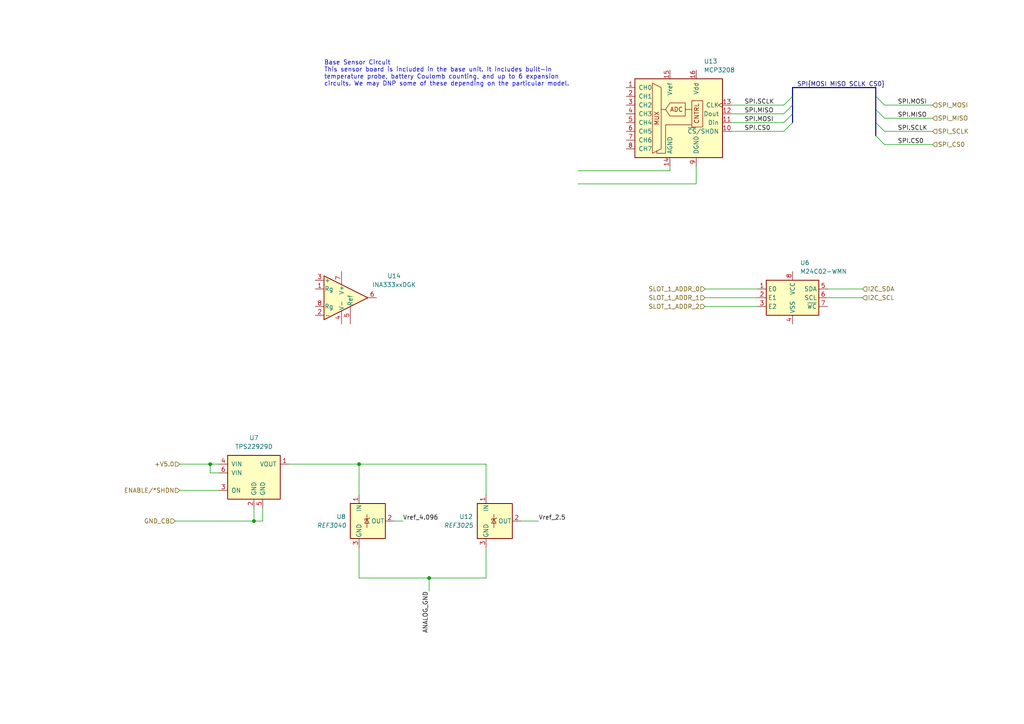
<source format=kicad_sch>
(kicad_sch (version 20231120) (generator "eeschema") (generator_version "8.0")
  (paper "A4")
  (lib_symbols
    (symbol "Amplifier_Instrumentation:INA333xxDGK" (pin_names (offset 0.127))
      (property "Reference" "U" (at 3.81 3.175 0))
      (property "Value" "INA333xxDGK" (at 3.81 -3.175 0))
      (symbol "INA333xxDGK_0_1"
        (polyline (pts (xy 7.62 0) (xy -5.08 6.35) (xy -5.08 -6.35) (xy 7.62 0)) (stroke (width 0.254)) (fill (type background)))
      )
      (symbol "INA333xxDGK_1_1"
        (pin passive line (at -7.62 2.54 0) (length 2.54) (name "Rg") (number "1"))
        (pin input line (at -7.62 -5.08 0) (length 2.54) (name "-") (number "2"))
        (pin input line (at -7.62 5.08 0) (length 2.54) (name "+") (number "3"))
        (pin power_in line (at 0 -7.62 90) (length 3.81) (name "V-") (number "4"))
        (pin input line (at 2.54 -7.62 90) (length 5.08) (name "Ref") (number "5"))
        (pin output line (at 10.16 0 180) (length 2.54) (name "~") (number "6"))
        (pin power_in line (at 0 7.62 270) (length 3.81) (name "V+") (number "7"))
        (pin passive line (at -7.62 -2.54 0) (length 2.54) (name "Rg") (number "8"))
      )
    )
    (symbol "Analog_ADC:MCP3208" (pin_names (offset 1.016))
      (property "Reference" "U" (at -5.08 13.335 0))
      (property "Value" "MCP3208" (at -5.08 11.43 0))
      (symbol "MCP3208_0_0"
        (text "ADC" (at -0.635 1.27 0) (effects (font (size 1.27 1.27))))
        (text "CNTRL" (at 5.969 -2.921 900) (effects (font (size 1.27 1.27)) (justify left bottom)))
        (text "MUX" (at -6.35 -1.27 900) (effects (font (size 1.27 1.27))))
      )
      (symbol "MCP3208_0_1"
        (polyline (pts (xy -3.81 1.27) (xy -5.08 1.27)))
        (polyline (pts (xy 1.905 1.27) (xy 3.81 1.27)))
        (polyline (pts (xy -7.62 8.89) (xy -7.62 -11.43) (xy -5.08 -10.16) (xy -5.08 7.62) (xy -7.62 8.89)))
        (polyline (pts (xy 3.81 -3.175) (xy -3.81 -3.175) (xy -3.81 -11.43) (xy -6.35 -11.43) (xy -6.35 -10.795)))
        (polyline (pts (xy 1.905 3.175) (xy 1.905 -0.635) (xy -2.54 -0.635) (xy -3.81 1.27) (xy -2.54 3.175) (xy 1.905 3.175)))
        (rectangle (start 3.81 -3.81) (end 6.985 3.81))
        (rectangle (start 12.7 -12.7) (end -12.7 10.16) (stroke (width 0.254)) (fill (type background)))
      )
      (symbol "MCP3208_1_1"
        (pin input line (at -15.24 7.62 0) (length 2.54) (name "CH0") (number "1"))
        (pin input line (at 15.24 -5.08 180) (length 2.54) (name "~{CS}/SHDN") (number "10"))
        (pin input line (at 15.24 -2.54 180) (length 2.54) (name "Din") (number "11"))
        (pin output line (at 15.24 0 180) (length 2.54) (name "Dout") (number "12"))
        (pin input clock (at 15.24 2.54 180) (length 2.54) (name "CLK") (number "13"))
        (pin power_in line (at -2.54 -15.24 90) (length 2.54) (name "AGND") (number "14"))
        (pin power_in line (at -2.54 12.7 270) (length 2.54) (name "Vref") (number "15"))
        (pin power_in line (at 5.08 12.7 270) (length 2.54) (name "Vdd") (number "16"))
        (pin input line (at -15.24 5.08 0) (length 2.54) (name "CH1") (number "2"))
        (pin input line (at -15.24 2.54 0) (length 2.54) (name "CH2") (number "3"))
        (pin input line (at -15.24 0 0) (length 2.54) (name "CH3") (number "4"))
        (pin input line (at -15.24 -2.54 0) (length 2.54) (name "CH4") (number "5"))
        (pin input line (at -15.24 -5.08 0) (length 2.54) (name "CH5") (number "6"))
        (pin input line (at -15.24 -7.62 0) (length 2.54) (name "CH6") (number "7"))
        (pin input line (at -15.24 -10.16 0) (length 2.54) (name "CH7") (number "8"))
        (pin power_in line (at 5.08 -15.24 90) (length 2.54) (name "DGND") (number "9"))
      )
    )
    (symbol "Memory_EEPROM:M24C02-WMN"
      (property "Reference" "U" (at -6.35 6.35 0))
      (property "Value" "M24C02-WMN" (at 7.62 6.35 0))
      (symbol "M24C02-WMN_0_1"
        (rectangle (start -7.62 5.08) (end 7.62 -5.08) (stroke (width 0.254)) (fill (type background)))
      )
      (symbol "M24C02-WMN_1_1"
        (pin input line (at -10.16 2.54 0) (length 2.54) (name "E0") (number "1"))
        (pin input line (at -10.16 0 0) (length 2.54) (name "E1") (number "2"))
        (pin input line (at -10.16 -2.54 0) (length 2.54) (name "E2") (number "3"))
        (pin power_in line (at 0 -7.62 90) (length 2.54) (name "VSS") (number "4"))
        (pin bidirectional line (at 10.16 2.54 180) (length 2.54) (name "SDA") (number "5"))
        (pin input line (at 10.16 0 180) (length 2.54) (name "SCL") (number "6"))
        (pin input line (at 10.16 -2.54 180) (length 2.54) (name "~{WC}") (number "7"))
        (pin power_in line (at 0 7.62 270) (length 2.54) (name "VCC") (number "8"))
      )
    )
    (symbol "Power_Management:TPS22929D" (pin_names (offset 1.016))
      (property "Reference" "U" (at -7.62 8.89 0))
      (property "Value" "TPS22929D" (at 7.62 8.89 0))
      (symbol "TPS22929D_0_1"
        (rectangle (start -7.62 7.62) (end 7.62 -5.08) (stroke (width 0.254)) (fill (type background)))
      )
      (symbol "TPS22929D_1_1"
        (pin power_out line (at 10.16 5.08 180) (length 2.54) (name "VOUT") (number "1"))
        (pin power_in line (at 0 -7.62 90) (length 2.54) (name "GND") (number "2"))
        (pin input line (at -10.16 -2.54 0) (length 2.54) (name "ON") (number "3"))
        (pin power_in line (at -10.16 5.08 0) (length 2.54) (name "VIN") (number "4"))
        (pin power_in line (at 2.54 -7.62 90) (length 2.54) (name "GND") (number "5"))
        (pin power_in line (at -10.16 2.54 0) (length 2.54) (name "VIN") (number "6"))
      )
    )
    (symbol "Reference_Voltage:REF3025" (pin_names (offset 0.254))
      (property "Reference" "U" (at 0 6.35 0))
      (property "Value" "REF3025" (at 2.54 -6.35 0))
      (symbol "REF3025_0_1"
        (rectangle (start -5.08 5.08) (end 5.08 -5.08) (stroke (width 0.254)) (fill (type background)))
        (polyline (pts (xy -0.254 1.905) (xy -0.254 -1.905)))
        (polyline (pts (xy -0.889 -0.635) (xy 0.381 -0.635) (xy -0.254 0.635) (xy -0.889 -0.635)))
        (polyline (pts (xy 0.381 1.016) (xy 0.381 0.635) (xy -0.889 0.635) (xy -0.889 0.254)))
      )
      (symbol "REF3025_1_1"
        (pin power_in line (at -2.54 7.62 270) (length 2.54) (name "IN") (number "1"))
        (pin power_out line (at 7.62 0 180) (length 2.54) (name "OUT") (number "2"))
        (pin power_in line (at -2.54 -7.62 90) (length 2.54) (name "GND") (number "3"))
      )
    )
    (symbol "Reference_Voltage:REF3040" (pin_names (offset 0.254))
      (property "Reference" "U" (at 0 6.35 0))
      (property "Value" "REF3040" (at 2.54 -6.35 0))
      (symbol "REF3040_0_1"
        (rectangle (start -5.08 5.08) (end 5.08 -5.08) (stroke (width 0.254)) (fill (type background)))
        (polyline (pts (xy -0.254 1.905) (xy -0.254 -1.905)))
        (polyline (pts (xy -0.889 -0.635) (xy 0.381 -0.635) (xy -0.254 0.635) (xy -0.889 -0.635)))
        (polyline (pts (xy 0.381 1.016) (xy 0.381 0.635) (xy -0.889 0.635) (xy -0.889 0.254)))
      )
      (symbol "REF3040_1_1"
        (pin power_in line (at -2.54 7.62 270) (length 2.54) (name "IN") (number "1"))
        (pin power_out line (at 7.62 0 180) (length 2.54) (name "OUT") (number "2"))
        (pin power_in line (at -2.54 -7.62 90) (length 2.54) (name "GND") (number "3"))
      )
    )
  )
  (junction (at 124.46 167.64))
  (junction (at 104.14 134.62))
  (junction (at 60.96 134.62))
  (junction (at 73.66 151.13))
  (bus_entry (at 254 39.37) (size 2.54 2.54))
  (bus_entry (at 254 27.94) (size 2.54 2.54))
  (bus_entry (at 254 35.56) (size 2.54 2.54))
  (bus_entry (at 229.87 35.56) (size -2.54 2.54))
  (bus_entry (at 229.87 27.94) (size -2.54 2.54))
  (bus_entry (at 229.87 30.48) (size -2.54 2.54))
  (bus_entry (at 254 31.75) (size 2.54 2.54))
  (bus_entry (at 229.87 33.02) (size -2.54 2.54))
  (wire (pts (xy 167.64 53.34) (xy 201.93 53.34)))
  (wire (pts (xy 114.3 151.13) (xy 116.84 151.13)))
  (bus (pts (xy 229.87 30.48) (xy 229.87 33.02)))
  (wire (pts (xy 140.97 167.64) (xy 140.97 158.75)))
  (bus (pts (xy 254 25.4) (xy 254 27.94)))
  (bus (pts (xy 229.87 25.4) (xy 254 25.4)))
  (wire (pts (xy 63.5 142.24) (xy 52.07 142.24)))
  (wire (pts (xy 124.46 167.64) (xy 140.97 167.64)))
  (wire (pts (xy 256.54 34.29) (xy 270.51 34.29)))
  (bus (pts (xy 254 35.56) (xy 254 39.37)))
  (wire (pts (xy 201.93 53.34) (xy 201.93 48.26)))
  (wire (pts (xy 83.82 134.62) (xy 104.14 134.62)))
  (wire (pts (xy 76.2 147.32) (xy 76.2 151.13)))
  (wire (pts (xy 240.03 86.36) (xy 250.19 86.36)))
  (wire (pts (xy 76.2 151.13) (xy 73.66 151.13)))
  (wire (pts (xy 212.09 38.1) (xy 227.33 38.1)))
  (wire (pts (xy 104.14 167.64) (xy 124.46 167.64)))
  (wire (pts (xy 212.09 33.02) (xy 227.33 33.02)))
  (wire (pts (xy 60.96 137.16) (xy 60.96 134.62)))
  (bus (pts (xy 229.87 25.4) (xy 229.87 27.94)))
  (wire (pts (xy 204.47 83.82) (xy 219.71 83.82)))
  (wire (pts (xy 204.47 86.36) (xy 219.71 86.36)))
  (bus (pts (xy 229.87 27.94) (xy 229.87 30.48)))
  (wire (pts (xy 63.5 137.16) (xy 60.96 137.16)))
  (wire (pts (xy 256.54 41.91) (xy 270.51 41.91)))
  (wire (pts (xy 140.97 143.51) (xy 140.97 134.62)))
  (wire (pts (xy 204.47 88.9) (xy 219.71 88.9)))
  (wire (pts (xy 212.09 30.48) (xy 227.33 30.48)))
  (wire (pts (xy 194.31 48.26) (xy 194.31 49.53)))
  (wire (pts (xy 124.46 167.64) (xy 124.46 171.45)))
  (wire (pts (xy 151.13 151.13) (xy 156.21 151.13)))
  (wire (pts (xy 73.66 147.32) (xy 73.66 151.13)))
  (wire (pts (xy 212.09 35.56) (xy 227.33 35.56)))
  (wire (pts (xy 104.14 134.62) (xy 104.14 143.51)))
  (wire (pts (xy 50.8 151.13) (xy 73.66 151.13)))
  (wire (pts (xy 60.96 134.62) (xy 63.5 134.62)))
  (wire (pts (xy 256.54 38.1) (xy 270.51 38.1)))
  (bus (pts (xy 254 31.75) (xy 254 35.56)))
  (wire (pts (xy 104.14 158.75) (xy 104.14 167.64)))
  (wire (pts (xy 240.03 83.82) (xy 250.19 83.82)))
  (wire (pts (xy 140.97 134.62) (xy 104.14 134.62)))
  (bus (pts (xy 229.87 33.02) (xy 229.87 35.56)))
  (bus (pts (xy 254 27.94) (xy 254 31.75)))
  (wire (pts (xy 256.54 30.48) (xy 270.51 30.48)))
  (wire (pts (xy 52.07 134.62) (xy 60.96 134.62)))
  (wire (pts (xy 167.64 49.53) (xy 194.31 49.53)))
  (text "Base Sensor Circuit\nThis sensor board is included in the base unit. It includes built-in \ntemperature probe, battery Coulomb counting, and up to 6 expansion \ncircuits. We may DNP some of these depending on the particular model." (at 93.98 21.336 0) (effects (font (size 1.27 1.27)) (justify left)))
  (label "ANALOG_GND" (at 124.46 171.45 270))
  (label "Vref_2.5" (at 156.21 151.13 0))
  (label "SPI.CS0" (at 215.9 38.1 0))
  (label "SPI.CS0" (at 260.35 41.91 0))
  (label "Vref_4.096" (at 116.84 151.13 0))
  (label "SPI.SCLK" (at 260.35 38.1 0))
  (label "SPI.MISO" (at 215.9 33.02 0))
  (label "SPI.MISO" (at 260.35 34.29 0))
  (label "SPI.MOSI" (at 215.9 35.56 0))
  (label "SPI.SCLK" (at 215.9 30.48 0))
  (label "SPI.MOSI" (at 260.35 30.48 0))
  (label "SPI{MOSI MISO SCLK CS0}" (at 231.14 25.4 0))
  (hierarchical_label "SPI_SCLK" (shape input) (at 270.51 38.1 0))
  (hierarchical_label "GND_CB" (shape input) (at 50.8 151.13 180))
  (hierarchical_label "ENABLE{slash}*SHDN" (shape input) (at 52.07 142.24 180))
  (hierarchical_label "SLOT_1_ADDR_1" (shape input) (at 204.47 86.36 180))
  (hierarchical_label "SPI_CS0" (shape input) (at 270.51 41.91 0))
  (hierarchical_label "+V5.0" (shape input) (at 52.07 134.62 180))
  (hierarchical_label "I2C_SDA" (shape input) (at 250.19 83.82 0))
  (hierarchical_label "SLOT_1_ADDR_0" (shape input) (at 204.47 83.82 180))
  (hierarchical_label "I2C_SCL" (shape input) (at 250.19 86.36 0))
  (hierarchical_label "SPI_MOSI" (shape input) (at 270.51 30.48 0))
  (hierarchical_label "SLOT_1_ADDR_2" (shape input) (at 204.47 88.9 180))
  (hierarchical_label "SPI_MISO" (shape input) (at 270.51 34.29 0))
  (symbol (lib_id "Reference_Voltage:REF3025") (at 143.51 151.13 0) (unit 1)
    (property "Reference" "U12" (at 137.16 149.8599 0) (effects (justify right)))
    (property "Value" "REF3025" (at 137.16 152.3999 0) (effects (font (italic yes)) (justify right)))
    (property "Footprint" "Package_TO_SOT_SMD:SOT-23" (effects (hide yes)))
    (property "Datasheet" "http://www.ti.com/lit/ds/symlink/ref3033.pdf" (effects (hide yes)))
    (property "Description" "2.500V 50-ppm/°C Max, 50-μA, CMOS Voltage Reference, SOT-23-3" (effects (hide yes)))
  )
  (symbol (lib_id "Power_Management:TPS22929D") (at 73.66 139.7 0) (unit 1)
    (property "Reference" "U7" (at 73.66 127 0))
    (property "Value" "TPS22929D" (at 73.66 129.54 0))
    (property "Footprint" "Package_TO_SOT_SMD:SOT-23-6" (effects (hide yes)))
    (property "Datasheet" "http://www.ti.com/lit/ds/symlink/tps22929d.pdf" (effects (hide yes)))
    (property "Description" "High side, power distribution switch, 1.4V-5.5V, 1.8A, SOT23-6 package" (effects (hide yes)))
  )
  (symbol (lib_id "Memory_EEPROM:M24C02-WMN") (at 229.87 86.36 0) (unit 1)
    (property "Reference" "U6" (at 232.0641 76.2 0) (effects (justify left)))
    (property "Value" "M24C02-WMN" (at 232.0641 78.74 0) (effects (justify left)))
    (property "Footprint" "Package_SO:SOIC-8_3.9x4.9mm_P1.27mm" (effects (hide yes)))
    (property "Datasheet" "http://www.st.com/content/ccc/resource/technical/document/datasheet/b0/d8/50/40/5a/85/49/6f/DM00071904.pdf/files/DM00071904.pdf/jcr:content/translations/en.DM00071904.pdf" (effects (hide yes)))
    (property "Description" "2Kb (256x8) I2C Serial EEPROM, 2.5-5.5V, SOIC-8" (effects (hide yes)))
  )
  (symbol (lib_id "Amplifier_Instrumentation:INA333xxDGK") (at 99.06 86.36 0) (unit 1)
    (property "Reference" "U14" (at 114.3 80.0414 0))
    (property "Value" "INA333xxDGK" (at 114.3 82.5814 0))
    (property "Footprint" "Package_SO:VSSOP-8_3x3mm_P0.65mm" (effects (hide yes)))
    (property "Datasheet" "https://www.ti.com/lit/ds/symlink/ina333.pdf" (effects (hide yes)))
    (property "Description" "Zero Drift, Micropower Instrumentation Amplifier G = 1 + 100kOhm/Rg, VSSOP-8" (effects (hide yes)))
  )
  (symbol (lib_id "Reference_Voltage:REF3040") (at 106.68 151.13 0) (unit 1)
    (property "Reference" "U8" (at 100.33 149.8599 0) (effects (justify right)))
    (property "Value" "REF3040" (at 100.33 152.3999 0) (effects (font (italic yes)) (justify right)))
    (property "Footprint" "Package_TO_SOT_SMD:SOT-23" (effects (hide yes)))
    (property "Datasheet" "http://www.ti.com/lit/ds/symlink/ref3033.pdf" (effects (hide yes)))
    (property "Description" "4.096V 50-ppm/°C Max, 50-μA, CMOS Voltage Reference, SOT-23-3" (effects (hide yes)))
  )
  (symbol (lib_id "Analog_ADC:MCP3208") (at 196.85 33.02 0) (unit 1)
    (property "Reference" "U13" (at 204.1241 17.78 0) (effects (justify left)))
    (property "Value" "MCP3208" (at 204.1241 20.32 0) (effects (justify left)))
    (property "Datasheet" "http://ww1.microchip.com/downloads/en/DeviceDoc/21298c.pdf" (effects (hide yes)))
    (property "Description" "A/D Converter, 12-Bit, 8-Channel, SPI Interface , 2.7V-5.5V" (effects (hide yes)))
  )
)
</source>
